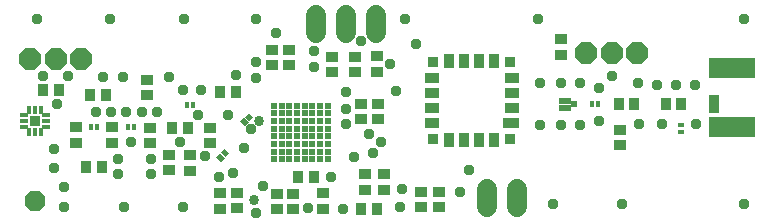
<source format=gbr>
G04 EAGLE Gerber RS-274X export*
G75*
%MOMM*%
%FSLAX34Y34*%
%LPD*%
%INSoldermask Top*%
%IPPOS*%
%AMOC8*
5,1,8,0,0,1.08239X$1,22.5*%
G01*
G04 Define Apertures*
%ADD10R,1.103200X0.903200*%
%ADD11R,0.903200X1.103200*%
%ADD12R,0.503200X0.578200*%
%ADD13C,1.727200*%
%ADD14P,1.869504X8X22.500000*%
%ADD15R,0.453200X0.553200*%
%ADD16R,0.553200X0.453200*%
%ADD17P,2.034460X8X22.500000*%
%ADD18P,2.034460X8X202.500000*%
%ADD19R,0.965200X0.965200*%
%ADD20R,1.219200X0.838200*%
%ADD21R,0.838200X1.219200*%
%ADD22R,0.835000X1.216000*%
%ADD23R,1.216000X0.835000*%
%ADD24R,1.343000X0.835000*%
%ADD25R,0.643200X0.403200*%
%ADD26R,0.403200X0.643200*%
%ADD27R,0.963200X0.963200*%
%ADD28C,0.603200*%
%ADD29R,4.003200X1.703200*%
%ADD30R,0.953200X1.553200*%
%ADD31C,0.959600*%
%ADD32C,0.859600*%
D10*
X275082Y134978D03*
X275082Y147978D03*
D11*
X299824Y18796D03*
X312824Y18796D03*
D10*
X267142Y32408D03*
X267142Y19408D03*
X242062Y32154D03*
X242062Y19154D03*
X228158Y32154D03*
X228158Y19154D03*
X121158Y88034D03*
X121158Y75034D03*
X171958Y88034D03*
X171958Y75034D03*
D11*
X139804Y87884D03*
X152804Y87884D03*
D10*
X88900Y88288D03*
X88900Y75288D03*
X57912Y88188D03*
X57912Y75188D03*
D11*
X66746Y54356D03*
X79746Y54356D03*
D10*
X294066Y134978D03*
X294066Y147978D03*
D11*
X83208Y115316D03*
X70208Y115316D03*
D10*
X118110Y115166D03*
X118110Y128166D03*
X154940Y51412D03*
X154940Y64412D03*
X136906Y51666D03*
X136906Y64666D03*
X518414Y86256D03*
X518414Y73256D03*
D11*
X517756Y107696D03*
X530756Y107696D03*
X557380Y107696D03*
X570380Y107696D03*
D10*
X312928Y135232D03*
X312928Y148232D03*
D11*
X193444Y118364D03*
X180444Y118364D03*
D10*
X224376Y141074D03*
X224376Y154074D03*
X303022Y48410D03*
X303022Y35410D03*
D11*
X246230Y46482D03*
X259230Y46482D03*
D10*
X194056Y32916D03*
X194056Y19916D03*
X179832Y32408D03*
X179832Y19408D03*
D12*
X479980Y107696D03*
X474980Y104826D03*
X474980Y110566D03*
X469980Y110566D03*
X469980Y104826D03*
D13*
X406146Y35560D02*
X406146Y20320D01*
X431546Y20320D02*
X431546Y35560D01*
X261493Y167642D02*
X261493Y182882D01*
X286893Y182882D02*
X286893Y167642D01*
X312293Y167642D02*
X312293Y182882D01*
D14*
X23114Y25400D03*
D15*
G36*
X201079Y97294D02*
X204284Y100499D01*
X208195Y96588D01*
X204990Y93383D01*
X201079Y97294D01*
G37*
G36*
X197189Y93404D02*
X200394Y96609D01*
X204305Y92698D01*
X201100Y89493D01*
X197189Y93404D01*
G37*
G36*
X180759Y66976D02*
X183964Y70181D01*
X187875Y66270D01*
X184670Y63065D01*
X180759Y66976D01*
G37*
G36*
X176869Y63086D02*
X180074Y66291D01*
X183985Y62380D01*
X180780Y59175D01*
X176869Y63086D01*
G37*
X107398Y88138D03*
X101898Y88138D03*
X75902Y88138D03*
X70402Y88138D03*
X157436Y107188D03*
X151936Y107188D03*
X500082Y107696D03*
X494582Y107696D03*
D16*
X570230Y89872D03*
X570230Y84372D03*
D17*
X490220Y150876D03*
X511810Y150876D03*
X533400Y150876D03*
D18*
X62738Y146122D03*
X41148Y146122D03*
X19558Y146122D03*
D10*
X299212Y108100D03*
X299212Y95100D03*
X318516Y35410D03*
X318516Y48410D03*
X313800Y108122D03*
X313800Y95122D03*
D11*
X30584Y119888D03*
X43584Y119888D03*
D10*
X468790Y149618D03*
X468790Y162618D03*
X238760Y140820D03*
X238760Y153820D03*
D19*
X360732Y78538D03*
X360732Y143458D03*
X425652Y143458D03*
X425652Y78538D03*
D20*
X426922Y104648D03*
X426922Y130048D03*
X359462Y130048D03*
X359462Y117348D03*
X359462Y104648D03*
X359462Y91948D03*
D21*
X399542Y77268D03*
X412242Y77268D03*
X374142Y77268D03*
X374142Y144728D03*
X386842Y144728D03*
X399542Y144728D03*
X412242Y144728D03*
D22*
X386837Y77278D03*
D23*
X426922Y117343D03*
D24*
X426297Y91943D03*
D25*
X32414Y88726D03*
X32414Y93726D03*
X32414Y98726D03*
X13814Y98726D03*
X13814Y93726D03*
X13814Y88726D03*
D26*
X28114Y103026D03*
X23114Y103026D03*
X18114Y103026D03*
X18114Y84426D03*
X23114Y84426D03*
X28114Y84426D03*
D27*
X23114Y93726D03*
D28*
X225662Y106570D03*
X232162Y106570D03*
X238662Y106570D03*
X245162Y106570D03*
X251662Y106570D03*
X258162Y106570D03*
X264662Y106570D03*
X271162Y106570D03*
X225662Y100070D03*
X232162Y100070D03*
X238662Y100070D03*
X245162Y100070D03*
X251662Y100070D03*
X258162Y100070D03*
X264662Y100070D03*
X271162Y100070D03*
X225662Y93570D03*
X232162Y93570D03*
X238662Y93570D03*
X245162Y93570D03*
X251662Y93570D03*
X258162Y93570D03*
X264662Y93570D03*
X271162Y93570D03*
X225662Y87070D03*
X232162Y87070D03*
X238662Y87070D03*
X245162Y87070D03*
X251662Y87070D03*
X258162Y87070D03*
X264662Y87070D03*
X271162Y87070D03*
X225662Y80570D03*
X232162Y80570D03*
X238662Y80570D03*
X245162Y80570D03*
X251662Y80570D03*
X258162Y80570D03*
X264662Y80570D03*
X271162Y80570D03*
X225662Y74070D03*
X232162Y74070D03*
X238662Y74070D03*
X245162Y74070D03*
X251662Y74070D03*
X258162Y74070D03*
X264662Y74070D03*
X271162Y74070D03*
X225662Y67570D03*
X232162Y67570D03*
X238662Y67570D03*
X245162Y67570D03*
X251662Y67570D03*
X258162Y67570D03*
X264662Y67570D03*
X271162Y67570D03*
X225662Y61070D03*
X232162Y61070D03*
X238662Y61070D03*
X245162Y61070D03*
X251662Y61070D03*
X258162Y61070D03*
X264662Y61070D03*
X271162Y61070D03*
D29*
X613664Y138284D03*
X613664Y88284D03*
D30*
X598414Y108034D03*
D10*
X350012Y33330D03*
X350012Y20330D03*
X365760Y33424D03*
X365760Y20424D03*
D31*
X98362Y21114D03*
X469138Y89980D03*
X485140Y89980D03*
X500507Y93218D03*
X520319Y23114D03*
X535178Y90805D03*
X553974Y90805D03*
X582930Y90805D03*
X623443Y23114D03*
X623443Y179959D03*
X582422Y124206D03*
X566166Y124206D03*
X549910Y124206D03*
X500507Y121158D03*
X485140Y125794D03*
X469138Y125794D03*
X449453Y179959D03*
X336296Y179959D03*
X299720Y160909D03*
X210820Y179959D03*
X462153Y23114D03*
X148844Y21114D03*
X149437Y179959D03*
X87291Y179959D03*
X25146Y179959D03*
X98298Y131064D03*
X136652Y131064D03*
X163576Y120015D03*
X100711Y101473D03*
X93694Y48387D03*
X39624Y69596D03*
X39624Y53763D03*
X47879Y37931D03*
X47879Y21114D03*
X273812Y45720D03*
X332740Y20447D03*
X210820Y143637D03*
X450977Y125794D03*
X450977Y89980D03*
X391033Y52451D03*
X186944Y98679D03*
X205994Y86360D03*
X210566Y15669D03*
X259334Y138938D03*
X293370Y63246D03*
X179126Y45847D03*
X148336Y120015D03*
X161290Y98679D03*
X126492Y101473D03*
X113602Y101473D03*
X87821Y101473D03*
X74930Y101473D03*
X104394Y75692D03*
X93694Y61087D03*
X121412Y61087D03*
X121412Y48387D03*
X146050Y75946D03*
X80772Y131064D03*
X30480Y131318D03*
X167640Y63754D03*
X227076Y167767D03*
X287020Y103322D03*
X216408Y38862D03*
X287020Y118364D03*
X324358Y141478D03*
X193802Y132080D03*
D32*
X213106Y93218D03*
X208534Y26289D03*
D31*
X284226Y18796D03*
X254508Y19812D03*
X533654Y125730D03*
X383286Y33020D03*
X306324Y82296D03*
X511810Y131826D03*
X41910Y108204D03*
X200406Y70612D03*
X191262Y49784D03*
X345948Y158496D03*
X210820Y130048D03*
X333756Y35814D03*
X316687Y75489D03*
X329438Y119126D03*
X51308Y131318D03*
X287020Y91186D03*
X309626Y66040D03*
X259842Y152781D03*
M02*

</source>
